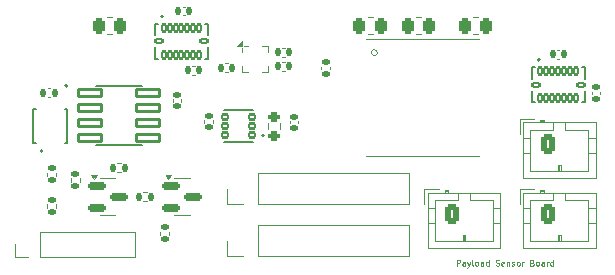
<source format=gto>
G04 #@! TF.GenerationSoftware,KiCad,Pcbnew,8.0.3*
G04 #@! TF.CreationDate,2024-06-13T11:49:56-06:00*
G04 #@! TF.ProjectId,PCB_Project,5043425f-5072-46f6-9a65-63742e6b6963,rev?*
G04 #@! TF.SameCoordinates,Original*
G04 #@! TF.FileFunction,Legend,Top*
G04 #@! TF.FilePolarity,Positive*
%FSLAX46Y46*%
G04 Gerber Fmt 4.6, Leading zero omitted, Abs format (unit mm)*
G04 Created by KiCad (PCBNEW 8.0.3) date 2024-06-13 11:49:56*
%MOMM*%
%LPD*%
G01*
G04 APERTURE LIST*
G04 Aperture macros list*
%AMRoundRect*
0 Rectangle with rounded corners*
0 $1 Rounding radius*
0 $2 $3 $4 $5 $6 $7 $8 $9 X,Y pos of 4 corners*
0 Add a 4 corners polygon primitive as box body*
4,1,4,$2,$3,$4,$5,$6,$7,$8,$9,$2,$3,0*
0 Add four circle primitives for the rounded corners*
1,1,$1+$1,$2,$3*
1,1,$1+$1,$4,$5*
1,1,$1+$1,$6,$7*
1,1,$1+$1,$8,$9*
0 Add four rect primitives between the rounded corners*
20,1,$1+$1,$2,$3,$4,$5,0*
20,1,$1+$1,$4,$5,$6,$7,0*
20,1,$1+$1,$6,$7,$8,$9,0*
20,1,$1+$1,$8,$9,$2,$3,0*%
G04 Aperture macros list end*
%ADD10C,0.125000*%
%ADD11C,0.127000*%
%ADD12C,0.200000*%
%ADD13C,0.120000*%
%ADD14C,0.100000*%
%ADD15C,0.152400*%
%ADD16C,0.010000*%
%ADD17RoundRect,0.102000X-0.175000X0.295000X-0.175000X-0.295000X0.175000X-0.295000X0.175000X0.295000X0*%
%ADD18RoundRect,0.102000X0.295000X0.175000X-0.295000X0.175000X-0.295000X-0.175000X0.295000X-0.175000X0*%
%ADD19RoundRect,0.102000X0.175000X-0.295000X0.175000X0.295000X-0.175000X0.295000X-0.175000X-0.295000X0*%
%ADD20RoundRect,0.102000X-0.295000X-0.175000X0.295000X-0.175000X0.295000X0.175000X-0.295000X0.175000X0*%
%ADD21RoundRect,0.140000X-0.170000X0.140000X-0.170000X-0.140000X0.170000X-0.140000X0.170000X0.140000X0*%
%ADD22RoundRect,0.140000X-0.140000X-0.170000X0.140000X-0.170000X0.140000X0.170000X-0.140000X0.170000X0*%
%ADD23R,1.700000X1.700000*%
%ADD24O,1.700000X1.700000*%
%ADD25RoundRect,0.102000X0.275000X0.200000X-0.275000X0.200000X-0.275000X-0.200000X0.275000X-0.200000X0*%
%ADD26RoundRect,0.250000X-0.350000X-0.625000X0.350000X-0.625000X0.350000X0.625000X-0.350000X0.625000X0*%
%ADD27O,1.200000X1.750000*%
%ADD28RoundRect,0.250000X0.262500X0.450000X-0.262500X0.450000X-0.262500X-0.450000X0.262500X-0.450000X0*%
%ADD29RoundRect,0.135000X-0.135000X-0.185000X0.135000X-0.185000X0.135000X0.185000X-0.135000X0.185000X0*%
%ADD30R,0.375000X0.350000*%
%ADD31R,0.350000X0.375000*%
%ADD32RoundRect,0.140000X0.170000X-0.140000X0.170000X0.140000X-0.170000X0.140000X-0.170000X-0.140000X0*%
%ADD33RoundRect,0.135000X-0.185000X0.135000X-0.185000X-0.135000X0.185000X-0.135000X0.185000X0.135000X0*%
%ADD34R,2.030000X1.140000*%
%ADD35RoundRect,0.140000X0.140000X0.170000X-0.140000X0.170000X-0.140000X-0.170000X0.140000X-0.170000X0*%
%ADD36RoundRect,0.135000X0.185000X-0.135000X0.185000X0.135000X-0.185000X0.135000X-0.185000X-0.135000X0*%
%ADD37RoundRect,0.150000X-0.587500X-0.150000X0.587500X-0.150000X0.587500X0.150000X-0.587500X0.150000X0*%
%ADD38RoundRect,0.200000X0.275000X-0.200000X0.275000X0.200000X-0.275000X0.200000X-0.275000X-0.200000X0*%
%ADD39R,1.350000X1.350000*%
%ADD40O,1.350000X1.350000*%
%ADD41R,0.254000X0.762000*%
%ADD42R,2.006600X1.295400*%
%ADD43RoundRect,0.250000X-0.262500X-0.450000X0.262500X-0.450000X0.262500X0.450000X-0.262500X0.450000X0*%
%ADD44RoundRect,0.100500X-0.986500X-0.301500X0.986500X-0.301500X0.986500X0.301500X-0.986500X0.301500X0*%
G04 APERTURE END LIST*
D10*
X132901283Y-96332309D02*
X132901283Y-95832309D01*
X132901283Y-95832309D02*
X133091759Y-95832309D01*
X133091759Y-95832309D02*
X133139378Y-95856119D01*
X133139378Y-95856119D02*
X133163188Y-95879928D01*
X133163188Y-95879928D02*
X133186997Y-95927547D01*
X133186997Y-95927547D02*
X133186997Y-95998976D01*
X133186997Y-95998976D02*
X133163188Y-96046595D01*
X133163188Y-96046595D02*
X133139378Y-96070404D01*
X133139378Y-96070404D02*
X133091759Y-96094214D01*
X133091759Y-96094214D02*
X132901283Y-96094214D01*
X133615569Y-96332309D02*
X133615569Y-96070404D01*
X133615569Y-96070404D02*
X133591759Y-96022785D01*
X133591759Y-96022785D02*
X133544140Y-95998976D01*
X133544140Y-95998976D02*
X133448902Y-95998976D01*
X133448902Y-95998976D02*
X133401283Y-96022785D01*
X133615569Y-96308500D02*
X133567950Y-96332309D01*
X133567950Y-96332309D02*
X133448902Y-96332309D01*
X133448902Y-96332309D02*
X133401283Y-96308500D01*
X133401283Y-96308500D02*
X133377474Y-96260880D01*
X133377474Y-96260880D02*
X133377474Y-96213261D01*
X133377474Y-96213261D02*
X133401283Y-96165642D01*
X133401283Y-96165642D02*
X133448902Y-96141833D01*
X133448902Y-96141833D02*
X133567950Y-96141833D01*
X133567950Y-96141833D02*
X133615569Y-96118023D01*
X133806045Y-95998976D02*
X133925093Y-96332309D01*
X134044140Y-95998976D02*
X133925093Y-96332309D01*
X133925093Y-96332309D02*
X133877474Y-96451357D01*
X133877474Y-96451357D02*
X133853664Y-96475166D01*
X133853664Y-96475166D02*
X133806045Y-96498976D01*
X134306045Y-96332309D02*
X134258426Y-96308500D01*
X134258426Y-96308500D02*
X134234616Y-96260880D01*
X134234616Y-96260880D02*
X134234616Y-95832309D01*
X134567950Y-96332309D02*
X134520331Y-96308500D01*
X134520331Y-96308500D02*
X134496521Y-96284690D01*
X134496521Y-96284690D02*
X134472712Y-96237071D01*
X134472712Y-96237071D02*
X134472712Y-96094214D01*
X134472712Y-96094214D02*
X134496521Y-96046595D01*
X134496521Y-96046595D02*
X134520331Y-96022785D01*
X134520331Y-96022785D02*
X134567950Y-95998976D01*
X134567950Y-95998976D02*
X134639378Y-95998976D01*
X134639378Y-95998976D02*
X134686997Y-96022785D01*
X134686997Y-96022785D02*
X134710807Y-96046595D01*
X134710807Y-96046595D02*
X134734616Y-96094214D01*
X134734616Y-96094214D02*
X134734616Y-96237071D01*
X134734616Y-96237071D02*
X134710807Y-96284690D01*
X134710807Y-96284690D02*
X134686997Y-96308500D01*
X134686997Y-96308500D02*
X134639378Y-96332309D01*
X134639378Y-96332309D02*
X134567950Y-96332309D01*
X135163188Y-96332309D02*
X135163188Y-96070404D01*
X135163188Y-96070404D02*
X135139378Y-96022785D01*
X135139378Y-96022785D02*
X135091759Y-95998976D01*
X135091759Y-95998976D02*
X134996521Y-95998976D01*
X134996521Y-95998976D02*
X134948902Y-96022785D01*
X135163188Y-96308500D02*
X135115569Y-96332309D01*
X135115569Y-96332309D02*
X134996521Y-96332309D01*
X134996521Y-96332309D02*
X134948902Y-96308500D01*
X134948902Y-96308500D02*
X134925093Y-96260880D01*
X134925093Y-96260880D02*
X134925093Y-96213261D01*
X134925093Y-96213261D02*
X134948902Y-96165642D01*
X134948902Y-96165642D02*
X134996521Y-96141833D01*
X134996521Y-96141833D02*
X135115569Y-96141833D01*
X135115569Y-96141833D02*
X135163188Y-96118023D01*
X135615569Y-96332309D02*
X135615569Y-95832309D01*
X135615569Y-96308500D02*
X135567950Y-96332309D01*
X135567950Y-96332309D02*
X135472712Y-96332309D01*
X135472712Y-96332309D02*
X135425093Y-96308500D01*
X135425093Y-96308500D02*
X135401283Y-96284690D01*
X135401283Y-96284690D02*
X135377474Y-96237071D01*
X135377474Y-96237071D02*
X135377474Y-96094214D01*
X135377474Y-96094214D02*
X135401283Y-96046595D01*
X135401283Y-96046595D02*
X135425093Y-96022785D01*
X135425093Y-96022785D02*
X135472712Y-95998976D01*
X135472712Y-95998976D02*
X135567950Y-95998976D01*
X135567950Y-95998976D02*
X135615569Y-96022785D01*
X136210807Y-96308500D02*
X136282235Y-96332309D01*
X136282235Y-96332309D02*
X136401283Y-96332309D01*
X136401283Y-96332309D02*
X136448902Y-96308500D01*
X136448902Y-96308500D02*
X136472711Y-96284690D01*
X136472711Y-96284690D02*
X136496521Y-96237071D01*
X136496521Y-96237071D02*
X136496521Y-96189452D01*
X136496521Y-96189452D02*
X136472711Y-96141833D01*
X136472711Y-96141833D02*
X136448902Y-96118023D01*
X136448902Y-96118023D02*
X136401283Y-96094214D01*
X136401283Y-96094214D02*
X136306045Y-96070404D01*
X136306045Y-96070404D02*
X136258426Y-96046595D01*
X136258426Y-96046595D02*
X136234616Y-96022785D01*
X136234616Y-96022785D02*
X136210807Y-95975166D01*
X136210807Y-95975166D02*
X136210807Y-95927547D01*
X136210807Y-95927547D02*
X136234616Y-95879928D01*
X136234616Y-95879928D02*
X136258426Y-95856119D01*
X136258426Y-95856119D02*
X136306045Y-95832309D01*
X136306045Y-95832309D02*
X136425092Y-95832309D01*
X136425092Y-95832309D02*
X136496521Y-95856119D01*
X136901282Y-96308500D02*
X136853663Y-96332309D01*
X136853663Y-96332309D02*
X136758425Y-96332309D01*
X136758425Y-96332309D02*
X136710806Y-96308500D01*
X136710806Y-96308500D02*
X136686997Y-96260880D01*
X136686997Y-96260880D02*
X136686997Y-96070404D01*
X136686997Y-96070404D02*
X136710806Y-96022785D01*
X136710806Y-96022785D02*
X136758425Y-95998976D01*
X136758425Y-95998976D02*
X136853663Y-95998976D01*
X136853663Y-95998976D02*
X136901282Y-96022785D01*
X136901282Y-96022785D02*
X136925092Y-96070404D01*
X136925092Y-96070404D02*
X136925092Y-96118023D01*
X136925092Y-96118023D02*
X136686997Y-96165642D01*
X137139377Y-95998976D02*
X137139377Y-96332309D01*
X137139377Y-96046595D02*
X137163187Y-96022785D01*
X137163187Y-96022785D02*
X137210806Y-95998976D01*
X137210806Y-95998976D02*
X137282234Y-95998976D01*
X137282234Y-95998976D02*
X137329853Y-96022785D01*
X137329853Y-96022785D02*
X137353663Y-96070404D01*
X137353663Y-96070404D02*
X137353663Y-96332309D01*
X137567949Y-96308500D02*
X137615568Y-96332309D01*
X137615568Y-96332309D02*
X137710806Y-96332309D01*
X137710806Y-96332309D02*
X137758425Y-96308500D01*
X137758425Y-96308500D02*
X137782234Y-96260880D01*
X137782234Y-96260880D02*
X137782234Y-96237071D01*
X137782234Y-96237071D02*
X137758425Y-96189452D01*
X137758425Y-96189452D02*
X137710806Y-96165642D01*
X137710806Y-96165642D02*
X137639377Y-96165642D01*
X137639377Y-96165642D02*
X137591758Y-96141833D01*
X137591758Y-96141833D02*
X137567949Y-96094214D01*
X137567949Y-96094214D02*
X137567949Y-96070404D01*
X137567949Y-96070404D02*
X137591758Y-96022785D01*
X137591758Y-96022785D02*
X137639377Y-95998976D01*
X137639377Y-95998976D02*
X137710806Y-95998976D01*
X137710806Y-95998976D02*
X137758425Y-96022785D01*
X138067949Y-96332309D02*
X138020330Y-96308500D01*
X138020330Y-96308500D02*
X137996520Y-96284690D01*
X137996520Y-96284690D02*
X137972711Y-96237071D01*
X137972711Y-96237071D02*
X137972711Y-96094214D01*
X137972711Y-96094214D02*
X137996520Y-96046595D01*
X137996520Y-96046595D02*
X138020330Y-96022785D01*
X138020330Y-96022785D02*
X138067949Y-95998976D01*
X138067949Y-95998976D02*
X138139377Y-95998976D01*
X138139377Y-95998976D02*
X138186996Y-96022785D01*
X138186996Y-96022785D02*
X138210806Y-96046595D01*
X138210806Y-96046595D02*
X138234615Y-96094214D01*
X138234615Y-96094214D02*
X138234615Y-96237071D01*
X138234615Y-96237071D02*
X138210806Y-96284690D01*
X138210806Y-96284690D02*
X138186996Y-96308500D01*
X138186996Y-96308500D02*
X138139377Y-96332309D01*
X138139377Y-96332309D02*
X138067949Y-96332309D01*
X138448901Y-96332309D02*
X138448901Y-95998976D01*
X138448901Y-96094214D02*
X138472711Y-96046595D01*
X138472711Y-96046595D02*
X138496520Y-96022785D01*
X138496520Y-96022785D02*
X138544139Y-95998976D01*
X138544139Y-95998976D02*
X138591758Y-95998976D01*
X139306044Y-96070404D02*
X139377472Y-96094214D01*
X139377472Y-96094214D02*
X139401282Y-96118023D01*
X139401282Y-96118023D02*
X139425091Y-96165642D01*
X139425091Y-96165642D02*
X139425091Y-96237071D01*
X139425091Y-96237071D02*
X139401282Y-96284690D01*
X139401282Y-96284690D02*
X139377472Y-96308500D01*
X139377472Y-96308500D02*
X139329853Y-96332309D01*
X139329853Y-96332309D02*
X139139377Y-96332309D01*
X139139377Y-96332309D02*
X139139377Y-95832309D01*
X139139377Y-95832309D02*
X139306044Y-95832309D01*
X139306044Y-95832309D02*
X139353663Y-95856119D01*
X139353663Y-95856119D02*
X139377472Y-95879928D01*
X139377472Y-95879928D02*
X139401282Y-95927547D01*
X139401282Y-95927547D02*
X139401282Y-95975166D01*
X139401282Y-95975166D02*
X139377472Y-96022785D01*
X139377472Y-96022785D02*
X139353663Y-96046595D01*
X139353663Y-96046595D02*
X139306044Y-96070404D01*
X139306044Y-96070404D02*
X139139377Y-96070404D01*
X139710806Y-96332309D02*
X139663187Y-96308500D01*
X139663187Y-96308500D02*
X139639377Y-96284690D01*
X139639377Y-96284690D02*
X139615568Y-96237071D01*
X139615568Y-96237071D02*
X139615568Y-96094214D01*
X139615568Y-96094214D02*
X139639377Y-96046595D01*
X139639377Y-96046595D02*
X139663187Y-96022785D01*
X139663187Y-96022785D02*
X139710806Y-95998976D01*
X139710806Y-95998976D02*
X139782234Y-95998976D01*
X139782234Y-95998976D02*
X139829853Y-96022785D01*
X139829853Y-96022785D02*
X139853663Y-96046595D01*
X139853663Y-96046595D02*
X139877472Y-96094214D01*
X139877472Y-96094214D02*
X139877472Y-96237071D01*
X139877472Y-96237071D02*
X139853663Y-96284690D01*
X139853663Y-96284690D02*
X139829853Y-96308500D01*
X139829853Y-96308500D02*
X139782234Y-96332309D01*
X139782234Y-96332309D02*
X139710806Y-96332309D01*
X140306044Y-96332309D02*
X140306044Y-96070404D01*
X140306044Y-96070404D02*
X140282234Y-96022785D01*
X140282234Y-96022785D02*
X140234615Y-95998976D01*
X140234615Y-95998976D02*
X140139377Y-95998976D01*
X140139377Y-95998976D02*
X140091758Y-96022785D01*
X140306044Y-96308500D02*
X140258425Y-96332309D01*
X140258425Y-96332309D02*
X140139377Y-96332309D01*
X140139377Y-96332309D02*
X140091758Y-96308500D01*
X140091758Y-96308500D02*
X140067949Y-96260880D01*
X140067949Y-96260880D02*
X140067949Y-96213261D01*
X140067949Y-96213261D02*
X140091758Y-96165642D01*
X140091758Y-96165642D02*
X140139377Y-96141833D01*
X140139377Y-96141833D02*
X140258425Y-96141833D01*
X140258425Y-96141833D02*
X140306044Y-96118023D01*
X140544139Y-96332309D02*
X140544139Y-95998976D01*
X140544139Y-96094214D02*
X140567949Y-96046595D01*
X140567949Y-96046595D02*
X140591758Y-96022785D01*
X140591758Y-96022785D02*
X140639377Y-95998976D01*
X140639377Y-95998976D02*
X140686996Y-95998976D01*
X141067949Y-96332309D02*
X141067949Y-95832309D01*
X141067949Y-96308500D02*
X141020330Y-96332309D01*
X141020330Y-96332309D02*
X140925092Y-96332309D01*
X140925092Y-96332309D02*
X140877473Y-96308500D01*
X140877473Y-96308500D02*
X140853663Y-96284690D01*
X140853663Y-96284690D02*
X140829854Y-96237071D01*
X140829854Y-96237071D02*
X140829854Y-96094214D01*
X140829854Y-96094214D02*
X140853663Y-96046595D01*
X140853663Y-96046595D02*
X140877473Y-96022785D01*
X140877473Y-96022785D02*
X140925092Y-95998976D01*
X140925092Y-95998976D02*
X141020330Y-95998976D01*
X141020330Y-95998976D02*
X141067949Y-96022785D01*
D11*
X107350000Y-75835000D02*
X107600000Y-75835000D01*
X107350000Y-76835000D02*
X107350000Y-75835000D01*
X107350000Y-78835000D02*
X107350000Y-77835000D01*
X107600000Y-78835000D02*
X107350000Y-78835000D01*
X111850000Y-75835000D02*
X111600000Y-75835000D01*
X111850000Y-76835000D02*
X111850000Y-75835000D01*
X111850000Y-77835000D02*
X111850000Y-78835000D01*
X111850000Y-78835000D02*
X111600000Y-78835000D01*
D12*
X108071000Y-75235000D02*
G75*
G02*
X107871000Y-75235000I-100000J0D01*
G01*
X107871000Y-75235000D02*
G75*
G02*
X108071000Y-75235000I100000J0D01*
G01*
D13*
X108865000Y-82227164D02*
X108865000Y-82442836D01*
X109585000Y-82227164D02*
X109585000Y-82442836D01*
X109692164Y-74410000D02*
X109907836Y-74410000D01*
X109692164Y-75130000D02*
X109907836Y-75130000D01*
X113470000Y-95530000D02*
X113470000Y-94200000D01*
X114800000Y-95530000D02*
X113470000Y-95530000D01*
X116070000Y-92870000D02*
X128830000Y-92870000D01*
X116070000Y-95530000D02*
X116070000Y-92870000D01*
X116070000Y-95530000D02*
X128830000Y-95530000D01*
X128830000Y-95530000D02*
X128830000Y-92870000D01*
X121440000Y-79492164D02*
X121440000Y-79707836D01*
X122160000Y-79492164D02*
X122160000Y-79707836D01*
D11*
X113230000Y-83180000D02*
X115670000Y-83180000D01*
X115670000Y-85820000D02*
X113230000Y-85820000D01*
D12*
X116600000Y-85300000D02*
G75*
G02*
X116400000Y-85300000I-100000J0D01*
G01*
X116400000Y-85300000D02*
G75*
G02*
X116600000Y-85300000I100000J0D01*
G01*
D13*
X110492164Y-79440000D02*
X110707836Y-79440000D01*
X110492164Y-80160000D02*
X110707836Y-80160000D01*
X138240000Y-89840000D02*
X138240000Y-91090000D01*
X138540000Y-90140000D02*
X138540000Y-94860000D01*
X138540000Y-91450000D02*
X139150000Y-91450000D01*
X138540000Y-92750000D02*
X139150000Y-92750000D01*
X138540000Y-94860000D02*
X144660000Y-94860000D01*
X139150000Y-90750000D02*
X139150000Y-94250000D01*
X139150000Y-94250000D02*
X144050000Y-94250000D01*
X139490000Y-89840000D02*
X138240000Y-89840000D01*
X140000000Y-89940000D02*
X140000000Y-90140000D01*
X140300000Y-89940000D02*
X140000000Y-89940000D01*
X140300000Y-90040000D02*
X140000000Y-90040000D01*
X140300000Y-90140000D02*
X140300000Y-89940000D01*
X141100000Y-90140000D02*
X141100000Y-90750000D01*
X141100000Y-90750000D02*
X139150000Y-90750000D01*
X141500000Y-93750000D02*
X141700000Y-93750000D01*
X141500000Y-94250000D02*
X141500000Y-93750000D01*
X141600000Y-94250000D02*
X141600000Y-93750000D01*
X141700000Y-93750000D02*
X141700000Y-94250000D01*
X142100000Y-90750000D02*
X142100000Y-90140000D01*
X144050000Y-90750000D02*
X142100000Y-90750000D01*
X144050000Y-94250000D02*
X144050000Y-90750000D01*
X144660000Y-90140000D02*
X138540000Y-90140000D01*
X144660000Y-91450000D02*
X144050000Y-91450000D01*
X144660000Y-92750000D02*
X144050000Y-92750000D01*
X144660000Y-94860000D02*
X144660000Y-90140000D01*
X129914564Y-75265000D02*
X129460436Y-75265000D01*
X129914564Y-76735000D02*
X129460436Y-76735000D01*
X106371359Y-90120000D02*
X106678641Y-90120000D01*
X106371359Y-90880000D02*
X106678641Y-90880000D01*
X118757500Y-84072164D02*
X118757500Y-84287836D01*
X119477500Y-84072164D02*
X119477500Y-84287836D01*
X114700000Y-77700000D02*
X114700000Y-77700000D01*
X114700000Y-78200000D02*
X114700000Y-77900000D01*
X114700000Y-79400000D02*
X114700000Y-79400000D01*
X114700000Y-79900000D02*
X114700000Y-79400000D01*
X115200000Y-77700000D02*
X114900000Y-77700000D01*
X115200000Y-79900000D02*
X114700000Y-79900000D01*
X116400000Y-77700000D02*
X116900000Y-77700000D01*
X116400000Y-79900000D02*
X116400000Y-79900000D01*
X116900000Y-77700000D02*
X116900000Y-78200000D01*
X116900000Y-78200000D02*
X116900000Y-78200000D01*
X116900000Y-79400000D02*
X116900000Y-79900000D01*
X116900000Y-79900000D02*
X116400000Y-79900000D01*
X114700000Y-77700000D02*
X114340000Y-77700000D01*
X114700000Y-77340000D01*
X114700000Y-77700000D01*
G36*
X114700000Y-77700000D02*
G01*
X114340000Y-77700000D01*
X114700000Y-77340000D01*
X114700000Y-77700000D01*
G37*
X103727064Y-75265000D02*
X103272936Y-75265000D01*
X103727064Y-76735000D02*
X103272936Y-76735000D01*
X144340000Y-81825336D02*
X144340000Y-81609664D01*
X145060000Y-81825336D02*
X145060000Y-81609664D01*
X107820000Y-93446359D02*
X107820000Y-93753641D01*
X108580000Y-93446359D02*
X108580000Y-93753641D01*
X111540000Y-83992164D02*
X111540000Y-84207836D01*
X112260000Y-83992164D02*
X112260000Y-84207836D01*
D11*
X139250000Y-79500000D02*
X139500000Y-79500000D01*
X139250000Y-80500000D02*
X139250000Y-79500000D01*
X139250000Y-82500000D02*
X139250000Y-81500000D01*
X139500000Y-82500000D02*
X139250000Y-82500000D01*
X143750000Y-79500000D02*
X143500000Y-79500000D01*
X143750000Y-80500000D02*
X143750000Y-79500000D01*
X143750000Y-81500000D02*
X143750000Y-82500000D01*
X143750000Y-82500000D02*
X143500000Y-82500000D01*
D12*
X139971000Y-78900000D02*
G75*
G02*
X139771000Y-78900000I-100000J0D01*
G01*
X139771000Y-78900000D02*
G75*
G02*
X139971000Y-78900000I100000J0D01*
G01*
D14*
X125204000Y-77147000D02*
X134804000Y-77147000D01*
X125204000Y-87053000D02*
X134804000Y-87053000D01*
X126194000Y-78290000D02*
G75*
G02*
X125686000Y-78290000I-254000J0D01*
G01*
X125686000Y-78290000D02*
G75*
G02*
X126194000Y-78290000I254000J0D01*
G01*
D13*
X104171359Y-87670000D02*
X104478641Y-87670000D01*
X104171359Y-88430000D02*
X104478641Y-88430000D01*
X98220000Y-88446359D02*
X98220000Y-88753641D01*
X98980000Y-88446359D02*
X98980000Y-88753641D01*
X98220000Y-91136359D02*
X98220000Y-91443641D01*
X98980000Y-91136359D02*
X98980000Y-91443641D01*
X98482836Y-81320800D02*
X98267164Y-81320800D01*
X98482836Y-82040800D02*
X98267164Y-82040800D01*
X118142164Y-77902500D02*
X118357836Y-77902500D01*
X118142164Y-78622500D02*
X118357836Y-78622500D01*
X100220000Y-89253641D02*
X100220000Y-88946359D01*
X100980000Y-89253641D02*
X100980000Y-88946359D01*
X113470000Y-91130000D02*
X113470000Y-89800000D01*
X114800000Y-91130000D02*
X113470000Y-91130000D01*
X116070000Y-88470000D02*
X128830000Y-88470000D01*
X116070000Y-91130000D02*
X116070000Y-88470000D01*
X116070000Y-91130000D02*
X128830000Y-91130000D01*
X128830000Y-91130000D02*
X128830000Y-88470000D01*
X103362500Y-88940000D02*
X102712500Y-88940000D01*
X103362500Y-88940000D02*
X104012500Y-88940000D01*
X103362500Y-92060000D02*
X102712500Y-92060000D01*
X103362500Y-92060000D02*
X104012500Y-92060000D01*
X102200000Y-88990000D02*
X101960000Y-88660000D01*
X102440000Y-88660000D01*
X102200000Y-88990000D01*
G36*
X102200000Y-88990000D02*
G01*
X101960000Y-88660000D01*
X102440000Y-88660000D01*
X102200000Y-88990000D01*
G37*
X130140000Y-89840000D02*
X130140000Y-91090000D01*
X130440000Y-90140000D02*
X130440000Y-94860000D01*
X130440000Y-91450000D02*
X131050000Y-91450000D01*
X130440000Y-92750000D02*
X131050000Y-92750000D01*
X130440000Y-94860000D02*
X136560000Y-94860000D01*
X131050000Y-90750000D02*
X131050000Y-94250000D01*
X131050000Y-94250000D02*
X135950000Y-94250000D01*
X131390000Y-89840000D02*
X130140000Y-89840000D01*
X131900000Y-89940000D02*
X131900000Y-90140000D01*
X132200000Y-89940000D02*
X131900000Y-89940000D01*
X132200000Y-90040000D02*
X131900000Y-90040000D01*
X132200000Y-90140000D02*
X132200000Y-89940000D01*
X133000000Y-90140000D02*
X133000000Y-90750000D01*
X133000000Y-90750000D02*
X131050000Y-90750000D01*
X133400000Y-93750000D02*
X133600000Y-93750000D01*
X133400000Y-94250000D02*
X133400000Y-93750000D01*
X133500000Y-94250000D02*
X133500000Y-93750000D01*
X133600000Y-93750000D02*
X133600000Y-94250000D01*
X134000000Y-90750000D02*
X134000000Y-90140000D01*
X135950000Y-90750000D02*
X134000000Y-90750000D01*
X135950000Y-94250000D02*
X135950000Y-90750000D01*
X136560000Y-90140000D02*
X130440000Y-90140000D01*
X136560000Y-91450000D02*
X135950000Y-91450000D01*
X136560000Y-92750000D02*
X135950000Y-92750000D01*
X136560000Y-94860000D02*
X136560000Y-90140000D01*
X138240000Y-83890000D02*
X138240000Y-85140000D01*
X138540000Y-84190000D02*
X138540000Y-88910000D01*
X138540000Y-85500000D02*
X139150000Y-85500000D01*
X138540000Y-86800000D02*
X139150000Y-86800000D01*
X138540000Y-88910000D02*
X144660000Y-88910000D01*
X139150000Y-84800000D02*
X139150000Y-88300000D01*
X139150000Y-88300000D02*
X144050000Y-88300000D01*
X139490000Y-83890000D02*
X138240000Y-83890000D01*
X140000000Y-83990000D02*
X140000000Y-84190000D01*
X140300000Y-83990000D02*
X140000000Y-83990000D01*
X140300000Y-84090000D02*
X140000000Y-84090000D01*
X140300000Y-84190000D02*
X140300000Y-83990000D01*
X141100000Y-84190000D02*
X141100000Y-84800000D01*
X141100000Y-84800000D02*
X139150000Y-84800000D01*
X141500000Y-87800000D02*
X141700000Y-87800000D01*
X141500000Y-88300000D02*
X141500000Y-87800000D01*
X141600000Y-88300000D02*
X141600000Y-87800000D01*
X141700000Y-87800000D02*
X141700000Y-88300000D01*
X142100000Y-84800000D02*
X142100000Y-84190000D01*
X144050000Y-84800000D02*
X142100000Y-84800000D01*
X144050000Y-88300000D02*
X144050000Y-84800000D01*
X144660000Y-84190000D02*
X138540000Y-84190000D01*
X144660000Y-85500000D02*
X144050000Y-85500000D01*
X144660000Y-86800000D02*
X144050000Y-86800000D01*
X144660000Y-88910000D02*
X144660000Y-84190000D01*
X113527836Y-79202500D02*
X113312164Y-79202500D01*
X113527836Y-79922500D02*
X113312164Y-79922500D01*
X116895000Y-84762258D02*
X116895000Y-84287742D01*
X117940000Y-84762258D02*
X117940000Y-84287742D01*
X95540000Y-95560000D02*
X95540000Y-94500000D01*
X96600000Y-95560000D02*
X95540000Y-95560000D01*
X97600000Y-93440000D02*
X105660000Y-93440000D01*
X97600000Y-95560000D02*
X97600000Y-93440000D01*
X97600000Y-95560000D02*
X105660000Y-95560000D01*
X105660000Y-95560000D02*
X105660000Y-93440000D01*
X118142164Y-79102500D02*
X118357836Y-79102500D01*
X118142164Y-79822500D02*
X118357836Y-79822500D01*
X134727064Y-75265000D02*
X134272936Y-75265000D01*
X134727064Y-76735000D02*
X134272936Y-76735000D01*
D15*
X97072600Y-83058400D02*
X97072600Y-85903200D01*
X97072600Y-85903200D02*
X97285259Y-85903200D01*
X97285259Y-83058400D02*
X97072600Y-83058400D01*
X99704741Y-85903200D02*
X99917400Y-85903200D01*
X99917400Y-83058400D02*
X99704741Y-83058400D01*
X99917400Y-85903200D02*
X99917400Y-83058400D01*
X97846600Y-86631800D02*
G75*
G02*
X97643400Y-86631800I-101600J0D01*
G01*
X97643400Y-86631800D02*
G75*
G02*
X97846600Y-86631800I101600J0D01*
G01*
D13*
X125360436Y-75265000D02*
X125814564Y-75265000D01*
X125360436Y-76735000D02*
X125814564Y-76735000D01*
D11*
X102350000Y-81075000D02*
X106250000Y-81075000D01*
X102350000Y-86125000D02*
X106250000Y-86125000D01*
D12*
X99955000Y-81095000D02*
G75*
G02*
X99755000Y-81095000I-100000J0D01*
G01*
X99755000Y-81095000D02*
G75*
G02*
X99955000Y-81095000I100000J0D01*
G01*
D13*
X109662500Y-88940000D02*
X109012500Y-88940000D01*
X109662500Y-88940000D02*
X110312500Y-88940000D01*
X109662500Y-92060000D02*
X109012500Y-92060000D01*
X109662500Y-92060000D02*
X110312500Y-92060000D01*
X108500000Y-88990000D02*
X108260000Y-88660000D01*
X108740000Y-88660000D01*
X108500000Y-88990000D01*
G36*
X108500000Y-88990000D02*
G01*
X108260000Y-88660000D01*
X108740000Y-88660000D01*
X108500000Y-88990000D01*
G37*
X141392164Y-78075000D02*
X141607836Y-78075000D01*
X141392164Y-78795000D02*
X141607836Y-78795000D01*
%LPC*%
D16*
X115125000Y-85080000D02*
X114805000Y-85400000D01*
X113775000Y-85400000D01*
X113775000Y-83600000D01*
X115125000Y-83600000D01*
X115125000Y-85080000D01*
G36*
X115125000Y-85080000D02*
G01*
X114805000Y-85400000D01*
X113775000Y-85400000D01*
X113775000Y-83600000D01*
X115125000Y-83600000D01*
X115125000Y-85080000D01*
G37*
D17*
X108100000Y-76170000D03*
X108600000Y-76170000D03*
X109100000Y-76170000D03*
X109600000Y-76170000D03*
X110100000Y-76170000D03*
X110600000Y-76170000D03*
X111100000Y-76170000D03*
D18*
X111515000Y-77335000D03*
D19*
X111100000Y-78500000D03*
X110600000Y-78500000D03*
X110100000Y-78500000D03*
X109600000Y-78500000D03*
X109100000Y-78500000D03*
X108600000Y-78500000D03*
X108100000Y-78500000D03*
D20*
X107685000Y-77335000D03*
D21*
X109225000Y-81855000D03*
X109225000Y-82815000D03*
D22*
X109320000Y-74770000D03*
X110280000Y-74770000D03*
D23*
X114800000Y-94200000D03*
D24*
X117340000Y-94200000D03*
X119880000Y-94200000D03*
X122420000Y-94200000D03*
X124960000Y-94200000D03*
X127500000Y-94200000D03*
D21*
X121800000Y-79120000D03*
X121800000Y-80080000D03*
D25*
X115600000Y-85300000D03*
X115600000Y-84500000D03*
X115600000Y-83700000D03*
X113300000Y-83700000D03*
X113300000Y-84500000D03*
X113300000Y-85300000D03*
D22*
X110120000Y-79800000D03*
X111080000Y-79800000D03*
D26*
X140600000Y-91950000D03*
D27*
X142600000Y-91950000D03*
D28*
X130600000Y-76000000D03*
X128775000Y-76000000D03*
D29*
X106015000Y-90500000D03*
X107035000Y-90500000D03*
D21*
X119117500Y-83700000D03*
X119117500Y-84660000D03*
D30*
X115037500Y-78050000D03*
X115037500Y-78550000D03*
X115037500Y-79050000D03*
X115037500Y-79550000D03*
D31*
X115550000Y-79562500D03*
X116050000Y-79562500D03*
D30*
X116562500Y-79550000D03*
X116562500Y-79050000D03*
X116562500Y-78550000D03*
X116562500Y-78050000D03*
D31*
X116050000Y-78037500D03*
X115550000Y-78037500D03*
D28*
X104412500Y-76000000D03*
X102587500Y-76000000D03*
D32*
X144700000Y-82197500D03*
X144700000Y-81237500D03*
D33*
X108200000Y-93090000D03*
X108200000Y-94110000D03*
D21*
X111900000Y-83620000D03*
X111900000Y-84580000D03*
D17*
X140000000Y-79835000D03*
X140500000Y-79835000D03*
X141000000Y-79835000D03*
X141500000Y-79835000D03*
X142000000Y-79835000D03*
X142500000Y-79835000D03*
X143000000Y-79835000D03*
D18*
X143415000Y-81000000D03*
D19*
X143000000Y-82165000D03*
X142500000Y-82165000D03*
X142000000Y-82165000D03*
X141500000Y-82165000D03*
X141000000Y-82165000D03*
X140500000Y-82165000D03*
X140000000Y-82165000D03*
D20*
X139585000Y-81000000D03*
D34*
X124285000Y-78290000D03*
X124285000Y-80830000D03*
X124285000Y-83370000D03*
X124285000Y-85910000D03*
X135715000Y-85910000D03*
X135715000Y-83370000D03*
X135715000Y-80830000D03*
X135715000Y-78290000D03*
D29*
X103815000Y-88050000D03*
X104835000Y-88050000D03*
D33*
X98600000Y-88090000D03*
X98600000Y-89110000D03*
X98600000Y-90780000D03*
X98600000Y-91800000D03*
D35*
X98855000Y-81680800D03*
X97895000Y-81680800D03*
D22*
X117770000Y-78262500D03*
X118730000Y-78262500D03*
D36*
X100600000Y-89610000D03*
X100600000Y-88590000D03*
D23*
X114800000Y-89800000D03*
D24*
X117340000Y-89800000D03*
X119880000Y-89800000D03*
X122420000Y-89800000D03*
X124960000Y-89800000D03*
X127500000Y-89800000D03*
D37*
X102425000Y-89550000D03*
X102425000Y-91450000D03*
X104300000Y-90500000D03*
D26*
X132500000Y-91950000D03*
D27*
X134500000Y-91950000D03*
D26*
X140600000Y-86000000D03*
D27*
X142600000Y-86000000D03*
D35*
X113900000Y-79562500D03*
X112940000Y-79562500D03*
D38*
X117417500Y-85350000D03*
X117417500Y-83700000D03*
D39*
X96600000Y-94500000D03*
D40*
X98600000Y-94500000D03*
X100600000Y-94500000D03*
X102600000Y-94500000D03*
X104600000Y-94500000D03*
D22*
X117770000Y-79462500D03*
X118730000Y-79462500D03*
D28*
X135412500Y-76000000D03*
X133587500Y-76000000D03*
D41*
X97744999Y-85700000D03*
X98245000Y-85700000D03*
X98745000Y-85700000D03*
X99245001Y-85700000D03*
X99245001Y-83261600D03*
X98745000Y-83261600D03*
X98245000Y-83261600D03*
X97744999Y-83261600D03*
D42*
X98495000Y-84480800D03*
D43*
X124675000Y-76000000D03*
X126500000Y-76000000D03*
D44*
X101825000Y-81695000D03*
X101825000Y-82965000D03*
X101825000Y-84235000D03*
X101825000Y-85505000D03*
X106775000Y-85505000D03*
X106775000Y-84235000D03*
X106775000Y-82965000D03*
X106775000Y-81695000D03*
D37*
X108725000Y-89550000D03*
X108725000Y-91450000D03*
X110600000Y-90500000D03*
D22*
X141020000Y-78435000D03*
X141980000Y-78435000D03*
D23*
X95800000Y-72840000D03*
D24*
X95800000Y-70300000D03*
X98340000Y-72840000D03*
X98340000Y-70300000D03*
X100880000Y-72840000D03*
X100880000Y-70300000D03*
X103420000Y-72840000D03*
X103420000Y-70300000D03*
X105960000Y-72840000D03*
X105960000Y-70300000D03*
X108500000Y-72840000D03*
X108500000Y-70300000D03*
X111040000Y-72840000D03*
X111040000Y-70300000D03*
X113580000Y-72840000D03*
X113580000Y-70300000D03*
X116120000Y-72840000D03*
X116120000Y-70300000D03*
X118660000Y-72840000D03*
X118660000Y-70300000D03*
X121200000Y-72840000D03*
X121200000Y-70300000D03*
X123740000Y-72840000D03*
X123740000Y-70300000D03*
X126280000Y-72840000D03*
X126280000Y-70300000D03*
X128820000Y-72840000D03*
X128820000Y-70300000D03*
X131360000Y-72840000D03*
X131360000Y-70300000D03*
X133900000Y-72840000D03*
X133900000Y-70300000D03*
X136440000Y-72840000D03*
X136440000Y-70300000D03*
X138980000Y-72840000D03*
X138980000Y-70300000D03*
X141520000Y-72840000D03*
X141520000Y-70300000D03*
X144060000Y-72840000D03*
X144060000Y-70300000D03*
%LPD*%
M02*

</source>
